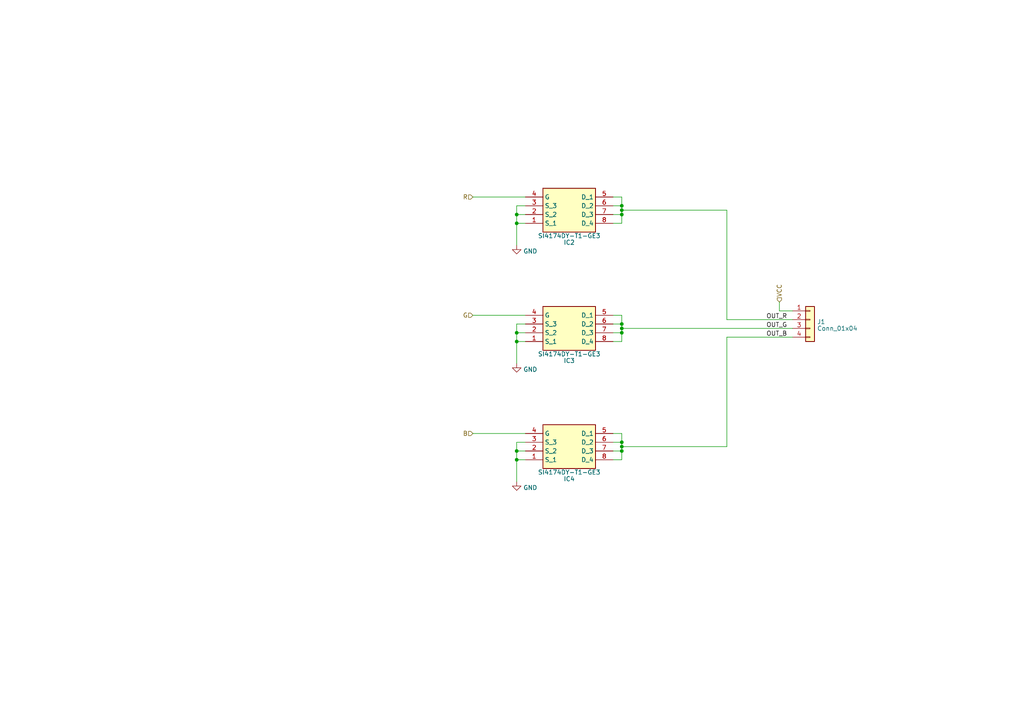
<source format=kicad_sch>
(kicad_sch (version 20230121) (generator eeschema)
  (paper "A4")
  (lib_symbols
    (symbol "Connector_Generic:Conn_01x04" (pin_names (offset 1.016) hide)
      (property "Reference" "J" (at 0 5.08 0))
      (property "Value" "Conn_01x04" (at 0 -7.62 0))
      (symbol "Conn_01x04_1_1"
        (rectangle (start -1.27 -4.953) (end 0 -5.207) (stroke (width 0.1524)))
        (rectangle (start -1.27 -2.413) (end 0 -2.667) (stroke (width 0.1524)))
        (rectangle (start -1.27 0.127) (end 0 -0.127) (stroke (width 0.1524)))
        (rectangle (start -1.27 2.667) (end 0 2.413) (stroke (width 0.1524)))
        (rectangle (start -1.27 3.81) (end 1.27 -6.35) (stroke (width 0.254)) (fill (type background)))
        (pin passive line (at -5.08 2.54 0) (length 3.81) (name "Pin_1") (number "1"))
        (pin passive line (at -5.08 0 0) (length 3.81) (name "Pin_2") (number "2"))
        (pin passive line (at -5.08 -2.54 0) (length 3.81) (name "Pin_3") (number "3"))
        (pin passive line (at -5.08 -5.08 0) (length 3.81) (name "Pin_4") (number "4"))
      )
    )
    (symbol "SamacSys_Parts:SI4174DY-T1-GE3"
      (property "Reference" "IC" (at 21.59 7.62 0))
      (property "Value" "SI4174DY-T1-GE3" (at 21.59 5.08 0))
      (symbol "SI4174DY-T1-GE3_1_1"
        (rectangle (start 5.08 2.54) (end 20.32 -10.16) (stroke (width 0.254)) (fill (type background)))
        (pin passive line (at 0 0 0) (length 5.08) (name "S_1") (number "1"))
        (pin passive line (at 0 -2.54 0) (length 5.08) (name "S_2") (number "2"))
        (pin passive line (at 0 -5.08 0) (length 5.08) (name "S_3") (number "3"))
        (pin passive line (at 0 -7.62 0) (length 5.08) (name "G") (number "4"))
        (pin passive line (at 25.4 -7.62 180) (length 5.08) (name "D_1") (number "5"))
        (pin passive line (at 25.4 -5.08 180) (length 5.08) (name "D_2") (number "6"))
        (pin passive line (at 25.4 -2.54 180) (length 5.08) (name "D_3") (number "7"))
        (pin passive line (at 25.4 0 180) (length 5.08) (name "D_4") (number "8"))
      )
    )
    (symbol "power:GND" (power) (pin_names (offset 0))
      (property "Value" "GND" (at 0 -3.81 0))
      (symbol "GND_0_1"
        (polyline (pts (xy 0 0) (xy 0 -1.27) (xy 1.27 -1.27) (xy 0 -2.54) (xy -1.27 -1.27) (xy 0 -1.27)))
      )
      (symbol "GND_1_1"
        (pin power_in line (at 0 0 270) (length 0) hide (name "GND") (number "1"))
      )
    )
  )
  (junction (at 149.86 64.77))
  (junction (at 180.34 59.69))
  (junction (at 149.86 133.35))
  (junction (at 149.86 99.06))
  (junction (at 180.34 129.54))
  (junction (at 180.34 93.98))
  (junction (at 180.34 130.81))
  (junction (at 180.34 128.27))
  (junction (at 149.86 130.81))
  (junction (at 180.34 60.96))
  (junction (at 180.34 96.52))
  (junction (at 149.86 62.23))
  (junction (at 149.86 96.52))
  (junction (at 180.34 62.23))
  (junction (at 180.34 95.25))
  (wire (pts (xy 177.8 62.23) (xy 180.34 62.23)))
  (wire (pts (xy 180.34 59.69) (xy 180.34 60.96)))
  (wire (pts (xy 149.86 59.69) (xy 149.86 62.23)))
  (wire (pts (xy 137.16 125.73) (xy 152.4 125.73)))
  (wire (pts (xy 149.86 128.27) (xy 149.86 130.81)))
  (wire (pts (xy 180.34 62.23) (xy 180.34 64.77)))
  (wire (pts (xy 152.4 93.98) (xy 149.86 93.98)))
  (wire (pts (xy 149.86 64.77) (xy 152.4 64.77)))
  (wire (pts (xy 210.82 92.71) (xy 229.87 92.71)))
  (wire (pts (xy 149.86 64.77) (xy 149.86 71.12)))
  (wire (pts (xy 152.4 59.69) (xy 149.86 59.69)))
  (wire (pts (xy 180.34 128.27) (xy 180.34 129.54)))
  (wire (pts (xy 226.06 90.17) (xy 229.87 90.17)))
  (wire (pts (xy 180.34 125.73) (xy 180.34 128.27)))
  (wire (pts (xy 149.86 99.06) (xy 149.86 105.41)))
  (wire (pts (xy 180.34 57.15) (xy 180.34 59.69)))
  (wire (pts (xy 177.8 91.44) (xy 180.34 91.44)))
  (wire (pts (xy 149.86 62.23) (xy 149.86 64.77)))
  (wire (pts (xy 180.34 95.25) (xy 180.34 96.52)))
  (wire (pts (xy 149.86 99.06) (xy 152.4 99.06)))
  (wire (pts (xy 180.34 91.44) (xy 180.34 93.98)))
  (wire (pts (xy 226.06 87.63) (xy 226.06 90.17)))
  (wire (pts (xy 180.34 133.35) (xy 177.8 133.35)))
  (wire (pts (xy 149.86 133.35) (xy 149.86 139.7)))
  (wire (pts (xy 180.34 95.25) (xy 229.87 95.25)))
  (wire (pts (xy 177.8 130.81) (xy 180.34 130.81)))
  (wire (pts (xy 180.34 64.77) (xy 177.8 64.77)))
  (wire (pts (xy 180.34 96.52) (xy 180.34 99.06)))
  (wire (pts (xy 180.34 99.06) (xy 177.8 99.06)))
  (wire (pts (xy 149.86 133.35) (xy 152.4 133.35)))
  (wire (pts (xy 177.8 93.98) (xy 180.34 93.98)))
  (wire (pts (xy 137.16 91.44) (xy 152.4 91.44)))
  (wire (pts (xy 180.34 60.96) (xy 180.34 62.23)))
  (wire (pts (xy 177.8 96.52) (xy 180.34 96.52)))
  (wire (pts (xy 137.16 57.15) (xy 152.4 57.15)))
  (wire (pts (xy 210.82 97.79) (xy 229.87 97.79)))
  (wire (pts (xy 177.8 125.73) (xy 180.34 125.73)))
  (wire (pts (xy 180.34 129.54) (xy 210.82 129.54)))
  (wire (pts (xy 177.8 128.27) (xy 180.34 128.27)))
  (wire (pts (xy 149.86 93.98) (xy 149.86 96.52)))
  (wire (pts (xy 180.34 129.54) (xy 180.34 130.81)))
  (wire (pts (xy 210.82 92.71) (xy 210.82 60.96)))
  (wire (pts (xy 180.34 93.98) (xy 180.34 95.25)))
  (wire (pts (xy 210.82 97.79) (xy 210.82 129.54)))
  (wire (pts (xy 180.34 60.96) (xy 210.82 60.96)))
  (wire (pts (xy 180.34 130.81) (xy 180.34 133.35)))
  (wire (pts (xy 149.86 130.81) (xy 149.86 133.35)))
  (wire (pts (xy 152.4 128.27) (xy 149.86 128.27)))
  (wire (pts (xy 149.86 130.81) (xy 152.4 130.81)))
  (wire (pts (xy 177.8 59.69) (xy 180.34 59.69)))
  (wire (pts (xy 149.86 62.23) (xy 152.4 62.23)))
  (wire (pts (xy 177.8 57.15) (xy 180.34 57.15)))
  (wire (pts (xy 149.86 96.52) (xy 152.4 96.52)))
  (wire (pts (xy 149.86 96.52) (xy 149.86 99.06)))
  (label "OUT_B" (at 222.25 97.79 0))
  (label "OUT_R" (at 222.25 92.71 0))
  (label "OUT_G" (at 222.25 95.25 0))
  (hierarchical_label "G" (shape input) (at 137.16 91.44 180))
  (hierarchical_label "R" (shape input) (at 137.16 57.15 180))
  (hierarchical_label "VCC" (shape input) (at 226.06 87.63 90))
  (hierarchical_label "B" (shape input) (at 137.16 125.73 180))
  (symbol (lib_id "SamacSys_Parts:SI4174DY-T1-GE3") (at 152.4 99.06 0) (mirror x) (unit 1)
    (property "Reference" "IC3" (at 165.1 104.6099 0))
    (property "Value" "SI4174DY-T1-GE3" (at 165.1 102.6889 0))
    (property "Footprint" "SamacSys_Parts:SOIC127P600X175-8N" (effects hide))
    (property "Datasheet" "https://www.vishay.com/docs/68998/si4174dy.pdf" (effects hide))
    (property "Height" "1.75" (effects hide))
    (property "Mouser Part Number" "781-SI4174DY-T1-GE3" (effects hide))
    (property "Mouser Price/Stock" "https://www.mouser.co.uk/ProductDetail/Vishay-Semiconductors/SI4174DY-T1-GE3?qs=cPOO8qjhL6OgQRlVVm1Qiw%3D%3D" (effects hide))
    (property "Manufacturer_Name" "Vishay" (effects hide))
    (property "Manufacturer_Part_Number" "SI4174DY-T1-GE3" (effects hide))
  )
  (symbol (lib_id "power:GND") (at 149.86 139.7 0) (unit 1)
    (property "Reference" "#PWR034" (effects hide))
    (property "Value" "GND" (at 151.765 141.449 0) (effects (justify left)))
  )
  (symbol (lib_id "power:GND") (at 149.86 71.12 0) (unit 1)
    (property "Reference" "#PWR030" (effects hide))
    (property "Value" "GND" (at 151.765 72.869 0) (effects (justify left)))
  )
  (symbol (lib_id "power:GND") (at 149.86 105.41 0) (unit 1)
    (property "Reference" "#PWR032" (effects hide))
    (property "Value" "GND" (at 151.765 107.159 0) (effects (justify left)))
  )
  (symbol (lib_id "SamacSys_Parts:SI4174DY-T1-GE3") (at 152.4 64.77 0) (mirror x) (unit 1)
    (property "Reference" "IC2" (at 165.1 70.3199 0))
    (property "Value" "SI4174DY-T1-GE3" (at 165.1 68.3989 0))
    (property "Footprint" "SamacSys_Parts:SOIC127P600X175-8N" (effects hide))
    (property "Datasheet" "https://www.vishay.com/docs/68998/si4174dy.pdf" (effects hide))
    (property "Height" "1.75" (effects hide))
    (property "Mouser Part Number" "781-SI4174DY-T1-GE3" (effects hide))
    (property "Mouser Price/Stock" "https://www.mouser.co.uk/ProductDetail/Vishay-Semiconductors/SI4174DY-T1-GE3?qs=cPOO8qjhL6OgQRlVVm1Qiw%3D%3D" (effects hide))
    (property "Manufacturer_Name" "Vishay" (effects hide))
    (property "Manufacturer_Part_Number" "SI4174DY-T1-GE3" (effects hide))
  )
  (symbol (lib_id "SamacSys_Parts:SI4174DY-T1-GE3") (at 152.4 133.35 0) (mirror x) (unit 1)
    (property "Reference" "IC4" (at 165.1 138.8999 0))
    (property "Value" "SI4174DY-T1-GE3" (at 165.1 136.9789 0))
    (property "Footprint" "SamacSys_Parts:SOIC127P600X175-8N" (effects hide))
    (property "Datasheet" "https://www.vishay.com/docs/68998/si4174dy.pdf" (effects hide))
    (property "Height" "1.75" (effects hide))
    (property "Mouser Part Number" "781-SI4174DY-T1-GE3" (effects hide))
    (property "Mouser Price/Stock" "https://www.mouser.co.uk/ProductDetail/Vishay-Semiconductors/SI4174DY-T1-GE3?qs=cPOO8qjhL6OgQRlVVm1Qiw%3D%3D" (effects hide))
    (property "Manufacturer_Name" "Vishay" (effects hide))
    (property "Manufacturer_Part_Number" "SI4174DY-T1-GE3" (effects hide))
  )
  (symbol (lib_id "Connector_Generic:Conn_01x04") (at 234.95 92.71 0) (unit 1)
    (property "Reference" "J1" (at 236.982 93.3363 0) (effects (justify left)))
    (property "Value" "Conn_01x04" (at 236.982 95.2573 0) (effects (justify left)))
    (property "Footprint" "TerminalBlock_Phoenix:TerminalBlock_Phoenix_MKDS-1,5-4_1x04_P5.00mm_Horizontal" (effects hide))
  )
)
</source>
